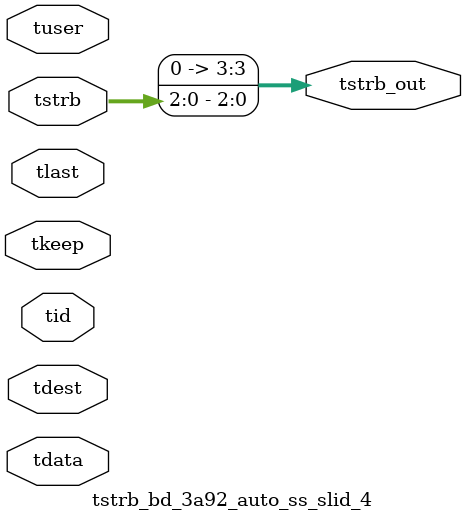
<source format=v>


`timescale 1ps/1ps

module tstrb_bd_3a92_auto_ss_slid_4 #
(
parameter C_S_AXIS_TDATA_WIDTH = 32,
parameter C_S_AXIS_TUSER_WIDTH = 0,
parameter C_S_AXIS_TID_WIDTH   = 0,
parameter C_S_AXIS_TDEST_WIDTH = 0,
parameter C_M_AXIS_TDATA_WIDTH = 32
)
(
input  [(C_S_AXIS_TDATA_WIDTH == 0 ? 1 : C_S_AXIS_TDATA_WIDTH)-1:0     ] tdata,
input  [(C_S_AXIS_TUSER_WIDTH == 0 ? 1 : C_S_AXIS_TUSER_WIDTH)-1:0     ] tuser,
input  [(C_S_AXIS_TID_WIDTH   == 0 ? 1 : C_S_AXIS_TID_WIDTH)-1:0       ] tid,
input  [(C_S_AXIS_TDEST_WIDTH == 0 ? 1 : C_S_AXIS_TDEST_WIDTH)-1:0     ] tdest,
input  [(C_S_AXIS_TDATA_WIDTH/8)-1:0 ] tkeep,
input  [(C_S_AXIS_TDATA_WIDTH/8)-1:0 ] tstrb,
input                                                                    tlast,
output [(C_M_AXIS_TDATA_WIDTH/8)-1:0 ] tstrb_out
);

assign tstrb_out = {tstrb[2:0]};

endmodule


</source>
